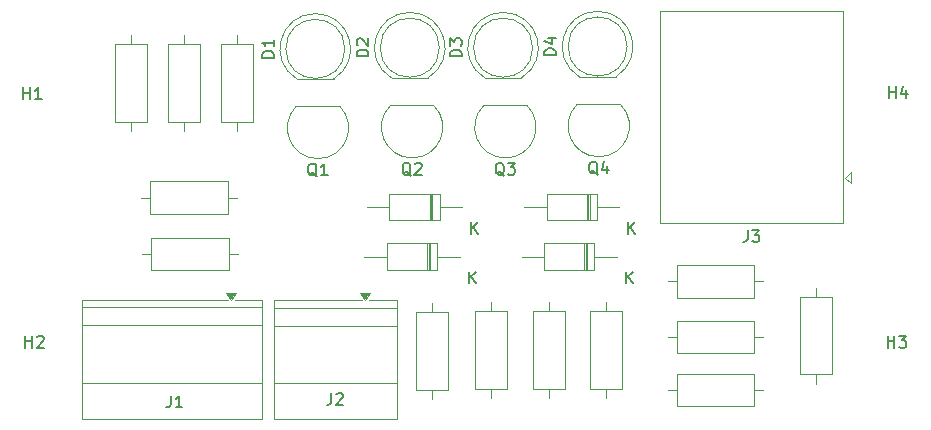
<source format=gbr>
%TF.GenerationSoftware,KiCad,Pcbnew,9.0.2*%
%TF.CreationDate,2025-06-13T14:53:57+02:00*%
%TF.ProjectId,wli,776c692e-6b69-4636-9164-5f7063625858,rev?*%
%TF.SameCoordinates,Original*%
%TF.FileFunction,Legend,Top*%
%TF.FilePolarity,Positive*%
%FSLAX46Y46*%
G04 Gerber Fmt 4.6, Leading zero omitted, Abs format (unit mm)*
G04 Created by KiCad (PCBNEW 9.0.2) date 2025-06-13 14:53:57*
%MOMM*%
%LPD*%
G01*
G04 APERTURE LIST*
%ADD10C,0.150000*%
%ADD11C,0.120000*%
G04 APERTURE END LIST*
D10*
X189038095Y-99854819D02*
X189038095Y-98854819D01*
X189038095Y-99331009D02*
X189609523Y-99331009D01*
X189609523Y-99854819D02*
X189609523Y-98854819D01*
X190514285Y-99188152D02*
X190514285Y-99854819D01*
X190276190Y-98807200D02*
X190038095Y-99521485D01*
X190038095Y-99521485D02*
X190657142Y-99521485D01*
X188938095Y-121004819D02*
X188938095Y-120004819D01*
X188938095Y-120481009D02*
X189509523Y-120481009D01*
X189509523Y-121004819D02*
X189509523Y-120004819D01*
X189890476Y-120004819D02*
X190509523Y-120004819D01*
X190509523Y-120004819D02*
X190176190Y-120385771D01*
X190176190Y-120385771D02*
X190319047Y-120385771D01*
X190319047Y-120385771D02*
X190414285Y-120433390D01*
X190414285Y-120433390D02*
X190461904Y-120481009D01*
X190461904Y-120481009D02*
X190509523Y-120576247D01*
X190509523Y-120576247D02*
X190509523Y-120814342D01*
X190509523Y-120814342D02*
X190461904Y-120909580D01*
X190461904Y-120909580D02*
X190414285Y-120957200D01*
X190414285Y-120957200D02*
X190319047Y-121004819D01*
X190319047Y-121004819D02*
X190033333Y-121004819D01*
X190033333Y-121004819D02*
X189938095Y-120957200D01*
X189938095Y-120957200D02*
X189890476Y-120909580D01*
X115938095Y-121004819D02*
X115938095Y-120004819D01*
X115938095Y-120481009D02*
X116509523Y-120481009D01*
X116509523Y-121004819D02*
X116509523Y-120004819D01*
X116938095Y-120100057D02*
X116985714Y-120052438D01*
X116985714Y-120052438D02*
X117080952Y-120004819D01*
X117080952Y-120004819D02*
X117319047Y-120004819D01*
X117319047Y-120004819D02*
X117414285Y-120052438D01*
X117414285Y-120052438D02*
X117461904Y-120100057D01*
X117461904Y-120100057D02*
X117509523Y-120195295D01*
X117509523Y-120195295D02*
X117509523Y-120290533D01*
X117509523Y-120290533D02*
X117461904Y-120433390D01*
X117461904Y-120433390D02*
X116890476Y-121004819D01*
X116890476Y-121004819D02*
X117509523Y-121004819D01*
X115738095Y-99954819D02*
X115738095Y-98954819D01*
X115738095Y-99431009D02*
X116309523Y-99431009D01*
X116309523Y-99954819D02*
X116309523Y-98954819D01*
X117309523Y-99954819D02*
X116738095Y-99954819D01*
X117023809Y-99954819D02*
X117023809Y-98954819D01*
X117023809Y-98954819D02*
X116928571Y-99097676D01*
X116928571Y-99097676D02*
X116833333Y-99192914D01*
X116833333Y-99192914D02*
X116738095Y-99240533D01*
X153698095Y-111354819D02*
X153698095Y-110354819D01*
X154269523Y-111354819D02*
X153840952Y-110783390D01*
X154269523Y-110354819D02*
X153698095Y-110926247D01*
X148584761Y-106450057D02*
X148489523Y-106402438D01*
X148489523Y-106402438D02*
X148394285Y-106307200D01*
X148394285Y-106307200D02*
X148251428Y-106164342D01*
X148251428Y-106164342D02*
X148156190Y-106116723D01*
X148156190Y-106116723D02*
X148060952Y-106116723D01*
X148108571Y-106354819D02*
X148013333Y-106307200D01*
X148013333Y-106307200D02*
X147918095Y-106211961D01*
X147918095Y-106211961D02*
X147870476Y-106021485D01*
X147870476Y-106021485D02*
X147870476Y-105688152D01*
X147870476Y-105688152D02*
X147918095Y-105497676D01*
X147918095Y-105497676D02*
X148013333Y-105402438D01*
X148013333Y-105402438D02*
X148108571Y-105354819D01*
X148108571Y-105354819D02*
X148299047Y-105354819D01*
X148299047Y-105354819D02*
X148394285Y-105402438D01*
X148394285Y-105402438D02*
X148489523Y-105497676D01*
X148489523Y-105497676D02*
X148537142Y-105688152D01*
X148537142Y-105688152D02*
X148537142Y-106021485D01*
X148537142Y-106021485D02*
X148489523Y-106211961D01*
X148489523Y-106211961D02*
X148394285Y-106307200D01*
X148394285Y-106307200D02*
X148299047Y-106354819D01*
X148299047Y-106354819D02*
X148108571Y-106354819D01*
X148918095Y-105450057D02*
X148965714Y-105402438D01*
X148965714Y-105402438D02*
X149060952Y-105354819D01*
X149060952Y-105354819D02*
X149299047Y-105354819D01*
X149299047Y-105354819D02*
X149394285Y-105402438D01*
X149394285Y-105402438D02*
X149441904Y-105450057D01*
X149441904Y-105450057D02*
X149489523Y-105545295D01*
X149489523Y-105545295D02*
X149489523Y-105640533D01*
X149489523Y-105640533D02*
X149441904Y-105783390D01*
X149441904Y-105783390D02*
X148870476Y-106354819D01*
X148870476Y-106354819D02*
X149489523Y-106354819D01*
X136974819Y-96443094D02*
X135974819Y-96443094D01*
X135974819Y-96443094D02*
X135974819Y-96204999D01*
X135974819Y-96204999D02*
X136022438Y-96062142D01*
X136022438Y-96062142D02*
X136117676Y-95966904D01*
X136117676Y-95966904D02*
X136212914Y-95919285D01*
X136212914Y-95919285D02*
X136403390Y-95871666D01*
X136403390Y-95871666D02*
X136546247Y-95871666D01*
X136546247Y-95871666D02*
X136736723Y-95919285D01*
X136736723Y-95919285D02*
X136831961Y-95966904D01*
X136831961Y-95966904D02*
X136927200Y-96062142D01*
X136927200Y-96062142D02*
X136974819Y-96204999D01*
X136974819Y-96204999D02*
X136974819Y-96443094D01*
X136974819Y-94919285D02*
X136974819Y-95490713D01*
X136974819Y-95204999D02*
X135974819Y-95204999D01*
X135974819Y-95204999D02*
X136117676Y-95300237D01*
X136117676Y-95300237D02*
X136212914Y-95395475D01*
X136212914Y-95395475D02*
X136260533Y-95490713D01*
X152874819Y-96343094D02*
X151874819Y-96343094D01*
X151874819Y-96343094D02*
X151874819Y-96104999D01*
X151874819Y-96104999D02*
X151922438Y-95962142D01*
X151922438Y-95962142D02*
X152017676Y-95866904D01*
X152017676Y-95866904D02*
X152112914Y-95819285D01*
X152112914Y-95819285D02*
X152303390Y-95771666D01*
X152303390Y-95771666D02*
X152446247Y-95771666D01*
X152446247Y-95771666D02*
X152636723Y-95819285D01*
X152636723Y-95819285D02*
X152731961Y-95866904D01*
X152731961Y-95866904D02*
X152827200Y-95962142D01*
X152827200Y-95962142D02*
X152874819Y-96104999D01*
X152874819Y-96104999D02*
X152874819Y-96343094D01*
X151874819Y-95438332D02*
X151874819Y-94819285D01*
X151874819Y-94819285D02*
X152255771Y-95152618D01*
X152255771Y-95152618D02*
X152255771Y-95009761D01*
X152255771Y-95009761D02*
X152303390Y-94914523D01*
X152303390Y-94914523D02*
X152351009Y-94866904D01*
X152351009Y-94866904D02*
X152446247Y-94819285D01*
X152446247Y-94819285D02*
X152684342Y-94819285D01*
X152684342Y-94819285D02*
X152779580Y-94866904D01*
X152779580Y-94866904D02*
X152827200Y-94914523D01*
X152827200Y-94914523D02*
X152874819Y-95009761D01*
X152874819Y-95009761D02*
X152874819Y-95295475D01*
X152874819Y-95295475D02*
X152827200Y-95390713D01*
X152827200Y-95390713D02*
X152779580Y-95438332D01*
X140614761Y-106510057D02*
X140519523Y-106462438D01*
X140519523Y-106462438D02*
X140424285Y-106367200D01*
X140424285Y-106367200D02*
X140281428Y-106224342D01*
X140281428Y-106224342D02*
X140186190Y-106176723D01*
X140186190Y-106176723D02*
X140090952Y-106176723D01*
X140138571Y-106414819D02*
X140043333Y-106367200D01*
X140043333Y-106367200D02*
X139948095Y-106271961D01*
X139948095Y-106271961D02*
X139900476Y-106081485D01*
X139900476Y-106081485D02*
X139900476Y-105748152D01*
X139900476Y-105748152D02*
X139948095Y-105557676D01*
X139948095Y-105557676D02*
X140043333Y-105462438D01*
X140043333Y-105462438D02*
X140138571Y-105414819D01*
X140138571Y-105414819D02*
X140329047Y-105414819D01*
X140329047Y-105414819D02*
X140424285Y-105462438D01*
X140424285Y-105462438D02*
X140519523Y-105557676D01*
X140519523Y-105557676D02*
X140567142Y-105748152D01*
X140567142Y-105748152D02*
X140567142Y-106081485D01*
X140567142Y-106081485D02*
X140519523Y-106271961D01*
X140519523Y-106271961D02*
X140424285Y-106367200D01*
X140424285Y-106367200D02*
X140329047Y-106414819D01*
X140329047Y-106414819D02*
X140138571Y-106414819D01*
X141519523Y-106414819D02*
X140948095Y-106414819D01*
X141233809Y-106414819D02*
X141233809Y-105414819D01*
X141233809Y-105414819D02*
X141138571Y-105557676D01*
X141138571Y-105557676D02*
X141043333Y-105652914D01*
X141043333Y-105652914D02*
X140948095Y-105700533D01*
X141826666Y-124854819D02*
X141826666Y-125569104D01*
X141826666Y-125569104D02*
X141779047Y-125711961D01*
X141779047Y-125711961D02*
X141683809Y-125807200D01*
X141683809Y-125807200D02*
X141540952Y-125854819D01*
X141540952Y-125854819D02*
X141445714Y-125854819D01*
X142255238Y-124950057D02*
X142302857Y-124902438D01*
X142302857Y-124902438D02*
X142398095Y-124854819D01*
X142398095Y-124854819D02*
X142636190Y-124854819D01*
X142636190Y-124854819D02*
X142731428Y-124902438D01*
X142731428Y-124902438D02*
X142779047Y-124950057D01*
X142779047Y-124950057D02*
X142826666Y-125045295D01*
X142826666Y-125045295D02*
X142826666Y-125140533D01*
X142826666Y-125140533D02*
X142779047Y-125283390D01*
X142779047Y-125283390D02*
X142207619Y-125854819D01*
X142207619Y-125854819D02*
X142826666Y-125854819D01*
X177084166Y-111054819D02*
X177084166Y-111769104D01*
X177084166Y-111769104D02*
X177036547Y-111911961D01*
X177036547Y-111911961D02*
X176941309Y-112007200D01*
X176941309Y-112007200D02*
X176798452Y-112054819D01*
X176798452Y-112054819D02*
X176703214Y-112054819D01*
X177465119Y-111054819D02*
X178084166Y-111054819D01*
X178084166Y-111054819D02*
X177750833Y-111435771D01*
X177750833Y-111435771D02*
X177893690Y-111435771D01*
X177893690Y-111435771D02*
X177988928Y-111483390D01*
X177988928Y-111483390D02*
X178036547Y-111531009D01*
X178036547Y-111531009D02*
X178084166Y-111626247D01*
X178084166Y-111626247D02*
X178084166Y-111864342D01*
X178084166Y-111864342D02*
X178036547Y-111959580D01*
X178036547Y-111959580D02*
X177988928Y-112007200D01*
X177988928Y-112007200D02*
X177893690Y-112054819D01*
X177893690Y-112054819D02*
X177607976Y-112054819D01*
X177607976Y-112054819D02*
X177512738Y-112007200D01*
X177512738Y-112007200D02*
X177465119Y-111959580D01*
X166998095Y-111354819D02*
X166998095Y-110354819D01*
X167569523Y-111354819D02*
X167140952Y-110783390D01*
X167569523Y-110354819D02*
X166998095Y-110926247D01*
X164384761Y-106350057D02*
X164289523Y-106302438D01*
X164289523Y-106302438D02*
X164194285Y-106207200D01*
X164194285Y-106207200D02*
X164051428Y-106064342D01*
X164051428Y-106064342D02*
X163956190Y-106016723D01*
X163956190Y-106016723D02*
X163860952Y-106016723D01*
X163908571Y-106254819D02*
X163813333Y-106207200D01*
X163813333Y-106207200D02*
X163718095Y-106111961D01*
X163718095Y-106111961D02*
X163670476Y-105921485D01*
X163670476Y-105921485D02*
X163670476Y-105588152D01*
X163670476Y-105588152D02*
X163718095Y-105397676D01*
X163718095Y-105397676D02*
X163813333Y-105302438D01*
X163813333Y-105302438D02*
X163908571Y-105254819D01*
X163908571Y-105254819D02*
X164099047Y-105254819D01*
X164099047Y-105254819D02*
X164194285Y-105302438D01*
X164194285Y-105302438D02*
X164289523Y-105397676D01*
X164289523Y-105397676D02*
X164337142Y-105588152D01*
X164337142Y-105588152D02*
X164337142Y-105921485D01*
X164337142Y-105921485D02*
X164289523Y-106111961D01*
X164289523Y-106111961D02*
X164194285Y-106207200D01*
X164194285Y-106207200D02*
X164099047Y-106254819D01*
X164099047Y-106254819D02*
X163908571Y-106254819D01*
X165194285Y-105588152D02*
X165194285Y-106254819D01*
X164956190Y-105207200D02*
X164718095Y-105921485D01*
X164718095Y-105921485D02*
X165337142Y-105921485D01*
X128226666Y-125054819D02*
X128226666Y-125769104D01*
X128226666Y-125769104D02*
X128179047Y-125911961D01*
X128179047Y-125911961D02*
X128083809Y-126007200D01*
X128083809Y-126007200D02*
X127940952Y-126054819D01*
X127940952Y-126054819D02*
X127845714Y-126054819D01*
X129226666Y-126054819D02*
X128655238Y-126054819D01*
X128940952Y-126054819D02*
X128940952Y-125054819D01*
X128940952Y-125054819D02*
X128845714Y-125197676D01*
X128845714Y-125197676D02*
X128750476Y-125292914D01*
X128750476Y-125292914D02*
X128655238Y-125340533D01*
X166798095Y-115554819D02*
X166798095Y-114554819D01*
X167369523Y-115554819D02*
X166940952Y-114983390D01*
X167369523Y-114554819D02*
X166798095Y-115126247D01*
X160874819Y-96243094D02*
X159874819Y-96243094D01*
X159874819Y-96243094D02*
X159874819Y-96004999D01*
X159874819Y-96004999D02*
X159922438Y-95862142D01*
X159922438Y-95862142D02*
X160017676Y-95766904D01*
X160017676Y-95766904D02*
X160112914Y-95719285D01*
X160112914Y-95719285D02*
X160303390Y-95671666D01*
X160303390Y-95671666D02*
X160446247Y-95671666D01*
X160446247Y-95671666D02*
X160636723Y-95719285D01*
X160636723Y-95719285D02*
X160731961Y-95766904D01*
X160731961Y-95766904D02*
X160827200Y-95862142D01*
X160827200Y-95862142D02*
X160874819Y-96004999D01*
X160874819Y-96004999D02*
X160874819Y-96243094D01*
X160208152Y-94814523D02*
X160874819Y-94814523D01*
X159827200Y-95052618D02*
X160541485Y-95290713D01*
X160541485Y-95290713D02*
X160541485Y-94671666D01*
X153498095Y-115554819D02*
X153498095Y-114554819D01*
X154069523Y-115554819D02*
X153640952Y-114983390D01*
X154069523Y-114554819D02*
X153498095Y-115126247D01*
X156484761Y-106450057D02*
X156389523Y-106402438D01*
X156389523Y-106402438D02*
X156294285Y-106307200D01*
X156294285Y-106307200D02*
X156151428Y-106164342D01*
X156151428Y-106164342D02*
X156056190Y-106116723D01*
X156056190Y-106116723D02*
X155960952Y-106116723D01*
X156008571Y-106354819D02*
X155913333Y-106307200D01*
X155913333Y-106307200D02*
X155818095Y-106211961D01*
X155818095Y-106211961D02*
X155770476Y-106021485D01*
X155770476Y-106021485D02*
X155770476Y-105688152D01*
X155770476Y-105688152D02*
X155818095Y-105497676D01*
X155818095Y-105497676D02*
X155913333Y-105402438D01*
X155913333Y-105402438D02*
X156008571Y-105354819D01*
X156008571Y-105354819D02*
X156199047Y-105354819D01*
X156199047Y-105354819D02*
X156294285Y-105402438D01*
X156294285Y-105402438D02*
X156389523Y-105497676D01*
X156389523Y-105497676D02*
X156437142Y-105688152D01*
X156437142Y-105688152D02*
X156437142Y-106021485D01*
X156437142Y-106021485D02*
X156389523Y-106211961D01*
X156389523Y-106211961D02*
X156294285Y-106307200D01*
X156294285Y-106307200D02*
X156199047Y-106354819D01*
X156199047Y-106354819D02*
X156008571Y-106354819D01*
X156770476Y-105354819D02*
X157389523Y-105354819D01*
X157389523Y-105354819D02*
X157056190Y-105735771D01*
X157056190Y-105735771D02*
X157199047Y-105735771D01*
X157199047Y-105735771D02*
X157294285Y-105783390D01*
X157294285Y-105783390D02*
X157341904Y-105831009D01*
X157341904Y-105831009D02*
X157389523Y-105926247D01*
X157389523Y-105926247D02*
X157389523Y-106164342D01*
X157389523Y-106164342D02*
X157341904Y-106259580D01*
X157341904Y-106259580D02*
X157294285Y-106307200D01*
X157294285Y-106307200D02*
X157199047Y-106354819D01*
X157199047Y-106354819D02*
X156913333Y-106354819D01*
X156913333Y-106354819D02*
X156818095Y-106307200D01*
X156818095Y-106307200D02*
X156770476Y-106259580D01*
X144974819Y-96343094D02*
X143974819Y-96343094D01*
X143974819Y-96343094D02*
X143974819Y-96104999D01*
X143974819Y-96104999D02*
X144022438Y-95962142D01*
X144022438Y-95962142D02*
X144117676Y-95866904D01*
X144117676Y-95866904D02*
X144212914Y-95819285D01*
X144212914Y-95819285D02*
X144403390Y-95771666D01*
X144403390Y-95771666D02*
X144546247Y-95771666D01*
X144546247Y-95771666D02*
X144736723Y-95819285D01*
X144736723Y-95819285D02*
X144831961Y-95866904D01*
X144831961Y-95866904D02*
X144927200Y-95962142D01*
X144927200Y-95962142D02*
X144974819Y-96104999D01*
X144974819Y-96104999D02*
X144974819Y-96343094D01*
X144070057Y-95390713D02*
X144022438Y-95343094D01*
X144022438Y-95343094D02*
X143974819Y-95247856D01*
X143974819Y-95247856D02*
X143974819Y-95009761D01*
X143974819Y-95009761D02*
X144022438Y-94914523D01*
X144022438Y-94914523D02*
X144070057Y-94866904D01*
X144070057Y-94866904D02*
X144165295Y-94819285D01*
X144165295Y-94819285D02*
X144260533Y-94819285D01*
X144260533Y-94819285D02*
X144403390Y-94866904D01*
X144403390Y-94866904D02*
X144974819Y-95438332D01*
X144974819Y-95438332D02*
X144974819Y-94819285D01*
D11*
%TO.C,R12*%
X165080000Y-117160000D02*
X165080000Y-117930000D01*
X165080000Y-125240000D02*
X165080000Y-124470000D01*
X166450000Y-117930000D02*
X163710000Y-117930000D01*
X163710000Y-124470000D01*
X166450000Y-124470000D01*
X166450000Y-117930000D01*
%TO.C,D7*%
X144840000Y-109100000D02*
X146760000Y-109100000D01*
X150160000Y-110220000D02*
X150160000Y-107980000D01*
X150280000Y-110220000D02*
X150280000Y-107980000D01*
X150400000Y-110220000D02*
X150400000Y-107980000D01*
X152920000Y-109100000D02*
X151000000Y-109100000D01*
X151000000Y-110220000D02*
X146760000Y-110220000D01*
X146760000Y-107980000D01*
X151000000Y-107980000D01*
X151000000Y-110220000D01*
%TO.C,R10*%
X170340000Y-120100000D02*
X171110000Y-120100000D01*
X178420000Y-120100000D02*
X177650000Y-120100000D01*
X171110000Y-118730000D02*
X177650000Y-118730000D01*
X177650000Y-121470000D01*
X171110000Y-121470000D01*
X171110000Y-118730000D01*
%TO.C,R8*%
X129360000Y-94560000D02*
X129360000Y-95330000D01*
X129360000Y-102640000D02*
X129360000Y-101870000D01*
X127990000Y-101870000D02*
X130730000Y-101870000D01*
X130730000Y-95330000D01*
X127990000Y-95330000D01*
X127990000Y-101870000D01*
%TO.C,R9*%
X155380000Y-117160000D02*
X155380000Y-117930000D01*
X155380000Y-125240000D02*
X155380000Y-124470000D01*
X156750000Y-117930000D02*
X154010000Y-117930000D01*
X154010000Y-124470000D01*
X156750000Y-124470000D01*
X156750000Y-117930000D01*
%TO.C,Q2*%
X150480000Y-100490000D02*
X146880000Y-100490000D01*
X148680000Y-104940000D02*
G75*
G02*
X146841522Y-100501522I0J2600000D01*
G01*
X150518478Y-100501522D02*
G75*
G02*
X148680000Y-104940001I-1838478J-1838478D01*
G01*
%TO.C,D1*%
X138935000Y-98265000D02*
X142025000Y-98265000D01*
X138935170Y-98265000D02*
G75*
G02*
X140480000Y-92715000I1544830J2560000D01*
G01*
X140480000Y-92715000D02*
G75*
G02*
X142024830Y-98265000I0J-2990000D01*
G01*
X142980000Y-95705000D02*
G75*
G02*
X137980000Y-95705000I-2500000J0D01*
G01*
X137980000Y-95705000D02*
G75*
G02*
X142980000Y-95705000I2500000J0D01*
G01*
%TO.C,D3*%
X154835000Y-98165000D02*
X157925000Y-98165000D01*
X154835170Y-98165000D02*
G75*
G02*
X156380000Y-92615000I1544830J2560000D01*
G01*
X156380000Y-92615000D02*
G75*
G02*
X157924830Y-98165000I0J-2990000D01*
G01*
X158880000Y-95605000D02*
G75*
G02*
X153880000Y-95605000I-2500000J0D01*
G01*
X153880000Y-95605000D02*
G75*
G02*
X158880000Y-95605000I2500000J0D01*
G01*
%TO.C,Q1*%
X142510000Y-100550000D02*
X138910000Y-100550000D01*
X140710000Y-105000000D02*
G75*
G02*
X138871522Y-100561522I0J2600000D01*
G01*
X142548478Y-100561522D02*
G75*
G02*
X140710000Y-105000001I-1838478J-1838478D01*
G01*
%TO.C,R2*%
X150380000Y-117240000D02*
X150380000Y-118010000D01*
X150380000Y-125320000D02*
X150380000Y-124550000D01*
X151750000Y-118010000D02*
X149010000Y-118010000D01*
X149010000Y-124550000D01*
X151750000Y-124550000D01*
X151750000Y-118010000D01*
%TO.C,R6*%
X160280000Y-117160000D02*
X160280000Y-117930000D01*
X160280000Y-125240000D02*
X160280000Y-124470000D01*
X161650000Y-117930000D02*
X158910000Y-117930000D01*
X158910000Y-124470000D01*
X161650000Y-124470000D01*
X161650000Y-117930000D01*
%TO.C,R7*%
X170340000Y-124600000D02*
X171110000Y-124600000D01*
X178420000Y-124600000D02*
X177650000Y-124600000D01*
X171110000Y-123230000D02*
X177650000Y-123230000D01*
X177650000Y-125970000D01*
X171110000Y-125970000D01*
X171110000Y-123230000D01*
%TO.C,R11*%
X133860000Y-94560000D02*
X133860000Y-95330000D01*
X133860000Y-102640000D02*
X133860000Y-101870000D01*
X132490000Y-101870000D02*
X135230000Y-101870000D01*
X135230000Y-95330000D01*
X132490000Y-95330000D01*
X132490000Y-101870000D01*
%TO.C,J2*%
X136965000Y-127047500D02*
X136965000Y-117007500D01*
X144405000Y-117007500D02*
X136965000Y-117007500D01*
X147365000Y-117007500D02*
X145005000Y-117007500D01*
X147365000Y-117627500D02*
X136965000Y-117627500D01*
X147365000Y-119127500D02*
X136965000Y-119127500D01*
X147365000Y-124027500D02*
X136965000Y-124027500D01*
X147365000Y-127047500D02*
X136965000Y-127047500D01*
X147365000Y-127047500D02*
X147365000Y-117007500D01*
X144705000Y-117007500D02*
X144265000Y-116397500D01*
X145145000Y-116397500D01*
X144705000Y-117007500D01*
G36*
X144705000Y-117007500D02*
G01*
X144265000Y-116397500D01*
X145145000Y-116397500D01*
X144705000Y-117007500D01*
G37*
%TO.C,J3*%
X169657500Y-110480000D02*
X169657500Y-92520000D01*
X169657500Y-110480000D02*
X185177500Y-110480000D01*
X185177500Y-92520000D02*
X169657500Y-92520000D01*
X185177500Y-110480000D02*
X185177500Y-92520000D01*
X185362500Y-106600000D02*
X185862500Y-107100000D01*
X185862500Y-106100000D02*
X185362500Y-106600000D01*
X185862500Y-107100000D02*
X185862500Y-106100000D01*
%TO.C,R1*%
X182880000Y-115960000D02*
X182880000Y-116730000D01*
X182880000Y-124040000D02*
X182880000Y-123270000D01*
X181510000Y-123270000D02*
X184250000Y-123270000D01*
X184250000Y-116730000D01*
X181510000Y-116730000D01*
X181510000Y-123270000D01*
%TO.C,D9*%
X158140000Y-109100000D02*
X160060000Y-109100000D01*
X163460000Y-110220000D02*
X163460000Y-107980000D01*
X163580000Y-110220000D02*
X163580000Y-107980000D01*
X163700000Y-110220000D02*
X163700000Y-107980000D01*
X166220000Y-109100000D02*
X164300000Y-109100000D01*
X164300000Y-110220000D02*
X160060000Y-110220000D01*
X160060000Y-107980000D01*
X164300000Y-107980000D01*
X164300000Y-110220000D01*
%TO.C,Q4*%
X166280000Y-100390000D02*
X162680000Y-100390000D01*
X164480000Y-104840000D02*
G75*
G02*
X162641522Y-100401522I0J2600000D01*
G01*
X166318478Y-100401522D02*
G75*
G02*
X164480000Y-104840001I-1838478J-1838478D01*
G01*
%TO.C,J1*%
X120740000Y-127020000D02*
X120740000Y-116980000D01*
X133060000Y-116980000D02*
X120740000Y-116980000D01*
X135980000Y-116980000D02*
X133660000Y-116980000D01*
X135980000Y-117600000D02*
X120740000Y-117600000D01*
X135980000Y-119100000D02*
X120740000Y-119100000D01*
X135980000Y-124000000D02*
X120740000Y-124000000D01*
X135980000Y-127020000D02*
X120740000Y-127020000D01*
X135980000Y-127020000D02*
X135980000Y-116980000D01*
X133360000Y-116980000D02*
X132920000Y-116370000D01*
X133800000Y-116370000D01*
X133360000Y-116980000D01*
G36*
X133360000Y-116980000D02*
G01*
X132920000Y-116370000D01*
X133800000Y-116370000D01*
X133360000Y-116980000D01*
G37*
%TO.C,D10*%
X157940000Y-113300000D02*
X159860000Y-113300000D01*
X163260000Y-114420000D02*
X163260000Y-112180000D01*
X163380000Y-114420000D02*
X163380000Y-112180000D01*
X163500000Y-114420000D02*
X163500000Y-112180000D01*
X166020000Y-113300000D02*
X164100000Y-113300000D01*
X164100000Y-114420000D02*
X159860000Y-114420000D01*
X159860000Y-112180000D01*
X164100000Y-112180000D01*
X164100000Y-114420000D01*
%TO.C,R5*%
X124880000Y-94560000D02*
X124880000Y-95330000D01*
X124880000Y-102640000D02*
X124880000Y-101870000D01*
X123510000Y-101870000D02*
X126250000Y-101870000D01*
X126250000Y-95330000D01*
X123510000Y-95330000D01*
X123510000Y-101870000D01*
%TO.C,D4*%
X162835000Y-98065000D02*
X165925000Y-98065000D01*
X162835170Y-98065000D02*
G75*
G02*
X164380000Y-92515000I1544830J2560000D01*
G01*
X164380000Y-92515000D02*
G75*
G02*
X165924830Y-98065000I0J-2990000D01*
G01*
X166880000Y-95505000D02*
G75*
G02*
X161880000Y-95505000I-2500000J0D01*
G01*
X161880000Y-95505000D02*
G75*
G02*
X166880000Y-95505000I2500000J0D01*
G01*
%TO.C,D8*%
X144640000Y-113300000D02*
X146560000Y-113300000D01*
X149960000Y-114420000D02*
X149960000Y-112180000D01*
X150080000Y-114420000D02*
X150080000Y-112180000D01*
X150200000Y-114420000D02*
X150200000Y-112180000D01*
X152720000Y-113300000D02*
X150800000Y-113300000D01*
X150800000Y-114420000D02*
X146560000Y-114420000D01*
X146560000Y-112180000D01*
X150800000Y-112180000D01*
X150800000Y-114420000D01*
%TO.C,R4*%
X125840000Y-113100000D02*
X126610000Y-113100000D01*
X133920000Y-113100000D02*
X133150000Y-113100000D01*
X126610000Y-111730000D02*
X133150000Y-111730000D01*
X133150000Y-114470000D01*
X126610000Y-114470000D01*
X126610000Y-111730000D01*
%TO.C,R13*%
X170340000Y-115400000D02*
X171110000Y-115400000D01*
X178420000Y-115400000D02*
X177650000Y-115400000D01*
X171110000Y-114030000D02*
X177650000Y-114030000D01*
X177650000Y-116770000D01*
X171110000Y-116770000D01*
X171110000Y-114030000D01*
%TO.C,Q3*%
X158380000Y-100490000D02*
X154780000Y-100490000D01*
X156580000Y-104940000D02*
G75*
G02*
X154741522Y-100501522I0J2600000D01*
G01*
X158418478Y-100501522D02*
G75*
G02*
X156580000Y-104940001I-1838478J-1838478D01*
G01*
%TO.C,R3*%
X125740000Y-108300000D02*
X126510000Y-108300000D01*
X133820000Y-108300000D02*
X133050000Y-108300000D01*
X126510000Y-106930000D02*
X133050000Y-106930000D01*
X133050000Y-109670000D01*
X126510000Y-109670000D01*
X126510000Y-106930000D01*
%TO.C,D2*%
X146935000Y-98165000D02*
X150025000Y-98165000D01*
X146935170Y-98165000D02*
G75*
G02*
X148480000Y-92615000I1544830J2560000D01*
G01*
X148480000Y-92615000D02*
G75*
G02*
X150024830Y-98165000I0J-2990000D01*
G01*
X150980000Y-95605000D02*
G75*
G02*
X145980000Y-95605000I-2500000J0D01*
G01*
X145980000Y-95605000D02*
G75*
G02*
X150980000Y-95605000I2500000J0D01*
G01*
%TD*%
M02*

</source>
